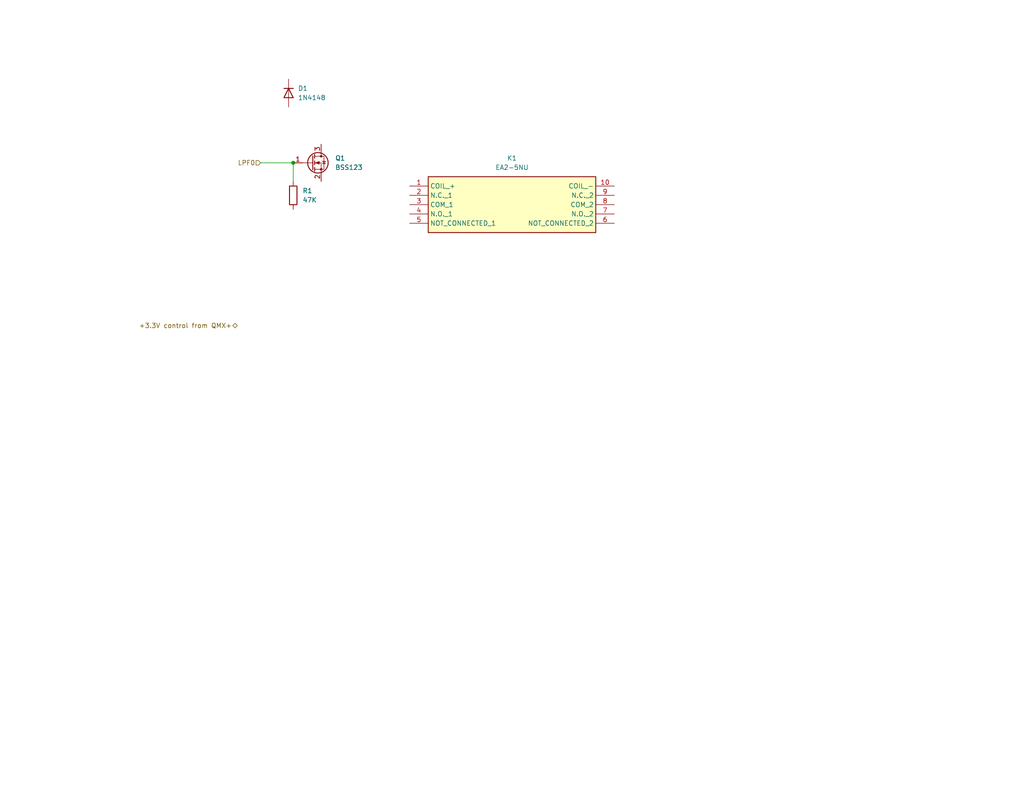
<source format=kicad_sch>
(kicad_sch (version 20231120) (generator "eeschema") (generator_version "8.0")
  (paper "USLetter")
  (title_block (title "QMX Amp") (date "2024-08-05") (rev "v0.1") (company "WA7GIL"))
  (lib_symbols
    (symbol "Device:R" (pin_numbers hide) (pin_names (offset 0))
      (property "Reference" "R" (at 2.032 0 90))
      (property "Value" "R" (at 0 0 90))
      (symbol "R_0_1"
        (rectangle (start -1.016 -2.54) (end 1.016 2.54) (stroke (width 0.254)))
      )
      (symbol "R_1_1"
        (pin passive line (at 0 3.81 270) (length 1.27) (name "~") (number "1"))
        (pin passive line (at 0 -3.81 90) (length 1.27) (name "~") (number "2"))
      )
    )
    (symbol "Diode:1N4148" (pin_numbers hide) (pin_names hide)
      (property "Reference" "D" (at 0 2.54 0))
      (property "Value" "1N4148" (at 0 -2.54 0))
      (symbol "1N4148_0_1"
        (polyline (pts (xy -1.27 1.27) (xy -1.27 -1.27)) (stroke (width 0.254)))
        (polyline (pts (xy 1.27 0) (xy -1.27 0)))
        (polyline (pts (xy 1.27 1.27) (xy 1.27 -1.27) (xy -1.27 0) (xy 1.27 1.27)) (stroke (width 0.254)))
      )
      (symbol "1N4148_1_1"
        (pin passive line (at -3.81 0 0) (length 2.54) (name "K") (number "1"))
        (pin passive line (at 3.81 0 180) (length 2.54) (name "A") (number "2"))
      )
    )
    (symbol "Transistor_FET:BSS123" (pin_names hide)
      (property "Reference" "Q" (at 5.08 1.905 0))
      (property "Value" "BSS123" (at 5.08 0 0))
      (symbol "BSS123_0_1"
        (polyline (pts (xy 0.254 0) (xy -2.54 0)))
        (polyline (pts (xy 0.254 1.905) (xy 0.254 -1.905)) (stroke (width 0.254)))
        (polyline (pts (xy 0.762 -1.27) (xy 0.762 -2.286)) (stroke (width 0.254)))
        (polyline (pts (xy 0.762 0.508) (xy 0.762 -0.508)) (stroke (width 0.254)))
        (polyline (pts (xy 0.762 2.286) (xy 0.762 1.27)) (stroke (width 0.254)))
        (polyline (pts (xy 2.54 2.54) (xy 2.54 1.778)))
        (polyline (pts (xy 2.54 -2.54) (xy 2.54 0) (xy 0.762 0)))
        (polyline (pts (xy 0.762 -1.778) (xy 3.302 -1.778) (xy 3.302 1.778) (xy 0.762 1.778)))
        (polyline (pts (xy 1.016 0) (xy 2.032 0.381) (xy 2.032 -0.381) (xy 1.016 0)) (fill (type outline)))
        (polyline (pts (xy 2.794 0.508) (xy 2.921 0.381) (xy 3.683 0.381) (xy 3.81 0.254)))
        (polyline (pts (xy 3.302 0.381) (xy 2.921 -0.254) (xy 3.683 -0.254) (xy 3.302 0.381)))
        (circle (center 1.651 0) (radius 2.794) (stroke (width 0.254)))
        (circle (center 2.54 -1.778) (radius 0.254) (fill (type outline)))
        (circle (center 2.54 1.778) (radius 0.254) (fill (type outline)))
      )
      (symbol "BSS123_1_1"
        (pin input line (at -5.08 0 0) (length 2.54) (name "G") (number "1"))
        (pin passive line (at 2.54 -5.08 90) (length 2.54) (name "S") (number "2"))
        (pin passive line (at 2.54 5.08 270) (length 2.54) (name "D") (number "3"))
      )
    )
    (symbol "ZZZMyLibrary:EA2-5NU"
      (property "Reference" "K" (at 52.07 7.62 0))
      (property "Value" "EA2-5NU" (at 52.07 5.08 0))
      (symbol "EA2-5NU_1_1"
        (rectangle (start 5.08 2.54) (end 50.8 -12.7) (stroke (width 0.254)) (fill (type background)))
        (pin passive line (at 0 0 0) (length 5.08) (name "COIL_+") (number "1"))
        (pin passive line (at 55.88 0 180) (length 5.08) (name "COIL_-") (number "10"))
        (pin passive line (at 0 -2.54 0) (length 5.08) (name "N.C._1") (number "2"))
        (pin passive line (at 0 -5.08 0) (length 5.08) (name "COM_1") (number "3"))
        (pin passive line (at 0 -7.62 0) (length 5.08) (name "N.O._1") (number "4"))
        (pin passive line (at 0 -10.16 0) (length 5.08) (name "NOT_CONNECTED_1") (number "5"))
        (pin passive line (at 55.88 -10.16 180) (length 5.08) (name "NOT_CONNECTED_2") (number "6"))
        (pin passive line (at 55.88 -7.62 180) (length 5.08) (name "N.O._2") (number "7"))
        (pin passive line (at 55.88 -5.08 180) (length 5.08) (name "COM_2") (number "8"))
        (pin passive line (at 55.88 -2.54 180) (length 5.08) (name "N.C._2") (number "9"))
      )
    )
  )
  (junction (at 80.01 44.45))
  (wire (pts (xy 71.12 44.45) (xy 80.01 44.45)))
  (wire (pts (xy 80.01 44.45) (xy 80.01 49.53)))
  (hierarchical_label "LPF0" (shape input) (at 71.12 44.45 180))
  (hierarchical_label "+3.3V control from QMX+" (shape bidirectional) (at 64.77 88.9 180))
  (symbol (lib_id "Transistor_FET:BSS123") (at 85.09 44.45 0) (unit 1)
    (property "Reference" "Q1" (at 91.44 43.1799 0) (effects (justify left)))
    (property "Value" "BSS123" (at 91.44 45.7199 0) (effects (justify left)))
    (property "Footprint" "Package_TO_SOT_SMD:SOT-23" (effects (hide yes)))
    (property "Datasheet" "http://www.diodes.com/assets/Datasheets/ds30366.pdf" (effects (hide yes)))
    (property "Description" "0.17A Id, 100V Vds, N-Channel MOSFET, SOT-23" (effects (hide yes)))
  )
  (symbol (lib_id "Device:R") (at 80.01 53.34 0) (unit 1)
    (property "Reference" "R1" (at 82.55 52.0699 0) (effects (justify left)))
    (property "Value" "47K" (at 82.55 54.6099 0) (effects (justify left)))
    (property "Description" "Resistor" (effects (hide yes)))
  )
  (symbol (lib_id "ZZZMyLibrary:EA2-5NU") (at 111.76 50.8 0) (unit 1)
    (property "Reference" "K1" (at 139.7 43.18 0))
    (property "Value" "EA2-5NU" (at 139.7 45.72 0))
    (property "Footprint" "DIPS762W70P254L1420H540Q10N" (effects (hide yes)))
    (property "Datasheet" "https://content.kemet.com/datasheets/KEM_R7001_EA2_EB2.pdf" (effects (hide yes)))
    (property "Description" "KEMET, EA2, Relays, Signal, 5 V, 220 V, 250 VAC, 1 A, 75 mOhms, 1 GOhms, 14.2mm, 9.2mm, 5.4mm" (effects (hide yes)))
    (property "Height" "5.4" (effects (hide yes)))
    (property "Mouser Part Number" "551-EA2-5NU" (effects (hide yes)))
    (property "Mouser Price/Stock" "https://www.mouser.co.uk/ProductDetail/KEMET/EA2-5NU?qs=UeqeubEbzTX2QGWq8LyCiw%3D%3D" (effects (hide yes)))
    (property "Manufacturer_Name" "KEMET" (effects (hide yes)))
    (property "Manufacturer_Part_Number" "EA2-5NU" (effects (hide yes)))
  )
  (symbol (lib_id "Diode:1N4148") (at 78.74 25.4 270) (unit 1)
    (property "Reference" "D1" (at 81.28 24.1299 90) (effects (justify left)))
    (property "Value" "1N4148" (at 81.28 26.6699 90) (effects (justify left)))
    (property "Footprint" "Diode_THT:D_DO-35_SOD27_P7.62mm_Horizontal" (effects (hide yes)))
    (property "Datasheet" "https://assets.nexperia.com/documents/data-sheet/1N4148_1N4448.pdf" (effects (hide yes)))
    (property "Description" "100V 0.15A standard switching diode, DO-35" (effects (hide yes)))
    (property "Sim.Device" "D" (effects (hide yes)))
    (property "Sim.Pins" "1=K 2=A" (effects (hide yes)))
  )
)
</source>
